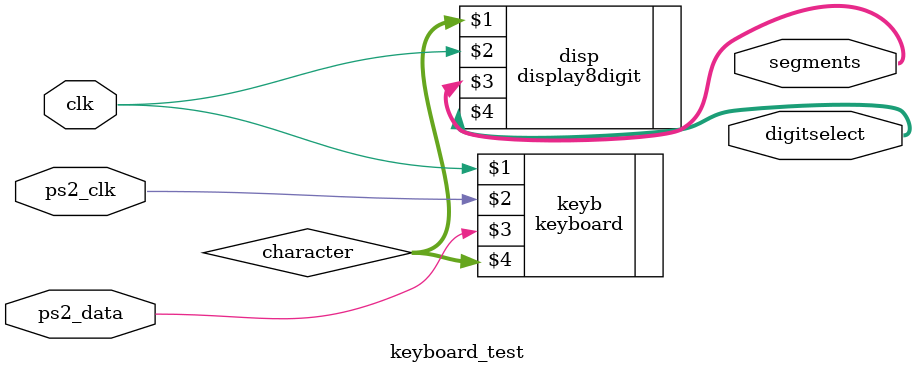
<source format=sv>
`timescale 1ns / 1ps


module keyboard_test(
	input clk,
	input ps2_data,
	input ps2_clk,
	output [7:0] segments,
   	output [7:0] digitselect
   );

	wire [31:0] character;
 
	keyboard keyb(clk, ps2_clk, ps2_data, character);
   
	display8digit disp(character, clk, segments, digitselect);

endmodule
</source>
